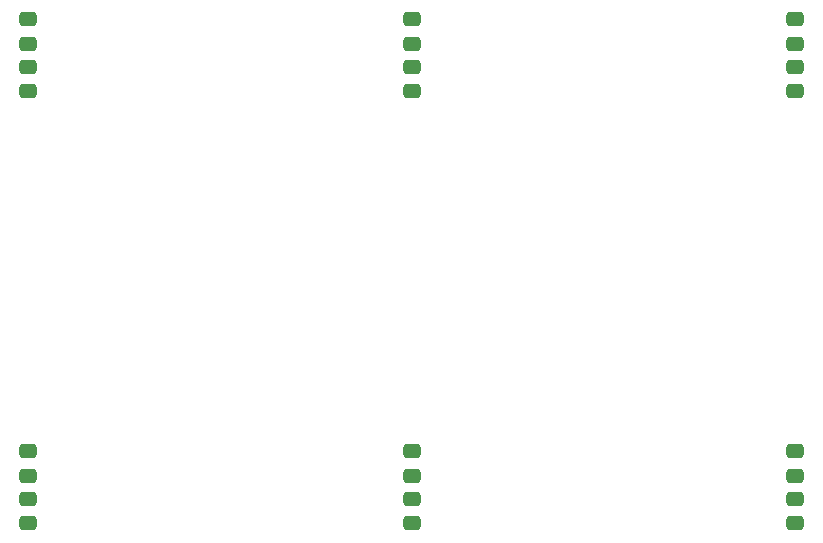
<source format=gbr>
%TF.GenerationSoftware,KiCad,Pcbnew,8.0.4*%
%TF.CreationDate,2024-08-17T22:53:07+02:00*%
%TF.ProjectId,,58585858-5858-4585-9858-585858585858,rev?*%
%TF.SameCoordinates,Original*%
%TF.FileFunction,Paste,Bot*%
%TF.FilePolarity,Positive*%
%FSLAX46Y46*%
G04 Gerber Fmt 4.6, Leading zero omitted, Abs format (unit mm)*
G04 Created by KiCad (PCBNEW 8.0.4) date 2024-08-17 22:53:07*
%MOMM*%
%LPD*%
G01*
G04 APERTURE LIST*
G04 Aperture macros list*
%AMRoundRect*
0 Rectangle with rounded corners*
0 $1 Rounding radius*
0 $2 $3 $4 $5 $6 $7 $8 $9 X,Y pos of 4 corners*
0 Add a 4 corners polygon primitive as box body*
4,1,4,$2,$3,$4,$5,$6,$7,$8,$9,$2,$3,0*
0 Add four circle primitives for the rounded corners*
1,1,$1+$1,$2,$3*
1,1,$1+$1,$4,$5*
1,1,$1+$1,$6,$7*
1,1,$1+$1,$8,$9*
0 Add four rect primitives between the rounded corners*
20,1,$1+$1,$2,$3,$4,$5,0*
20,1,$1+$1,$4,$5,$6,$7,0*
20,1,$1+$1,$6,$7,$8,$9,0*
20,1,$1+$1,$8,$9,$2,$3,0*%
G04 Aperture macros list end*
%ADD10RoundRect,0.250000X0.475000X-0.337500X0.475000X0.337500X-0.475000X0.337500X-0.475000X-0.337500X0*%
%ADD11RoundRect,0.250000X-0.475000X0.337500X-0.475000X-0.337500X0.475000X-0.337500X0.475000X0.337500X0*%
G04 APERTURE END LIST*
D10*
%TO.C,C2*%
X145960000Y-84372500D03*
X145960000Y-82297500D03*
%TD*%
D11*
%TO.C,C6*%
X113480000Y-41732500D03*
X113480000Y-43807500D03*
%TD*%
D10*
%TO.C,C2*%
X178440000Y-84372500D03*
X178440000Y-82297500D03*
%TD*%
D11*
%TO.C,C6*%
X178440000Y-41732500D03*
X178440000Y-43807500D03*
%TD*%
%TO.C,C6*%
X113480000Y-78276500D03*
X113480000Y-80351500D03*
%TD*%
%TO.C,C6*%
X145960000Y-78276500D03*
X145960000Y-80351500D03*
%TD*%
%TO.C,C6*%
X145960000Y-41732500D03*
X145960000Y-43807500D03*
%TD*%
D10*
%TO.C,C2*%
X178440000Y-47828500D03*
X178440000Y-45753500D03*
%TD*%
D11*
%TO.C,C6*%
X178440000Y-78276500D03*
X178440000Y-80351500D03*
%TD*%
D10*
%TO.C,C2*%
X113480000Y-84372500D03*
X113480000Y-82297500D03*
%TD*%
%TO.C,C2*%
X113480000Y-47828500D03*
X113480000Y-45753500D03*
%TD*%
%TO.C,C2*%
X145960000Y-47828500D03*
X145960000Y-45753500D03*
%TD*%
M02*

</source>
